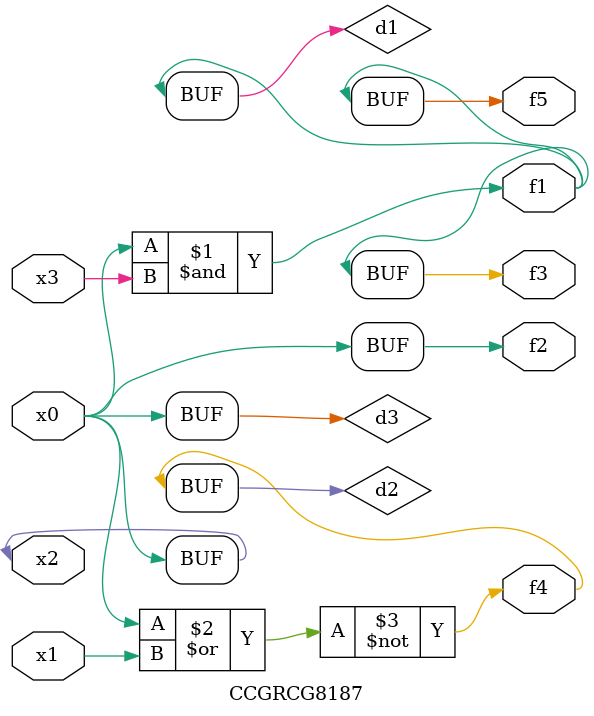
<source format=v>
module CCGRCG8187(
	input x0, x1, x2, x3,
	output f1, f2, f3, f4, f5
);

	wire d1, d2, d3;

	and (d1, x2, x3);
	nor (d2, x0, x1);
	buf (d3, x0, x2);
	assign f1 = d1;
	assign f2 = d3;
	assign f3 = d1;
	assign f4 = d2;
	assign f5 = d1;
endmodule

</source>
